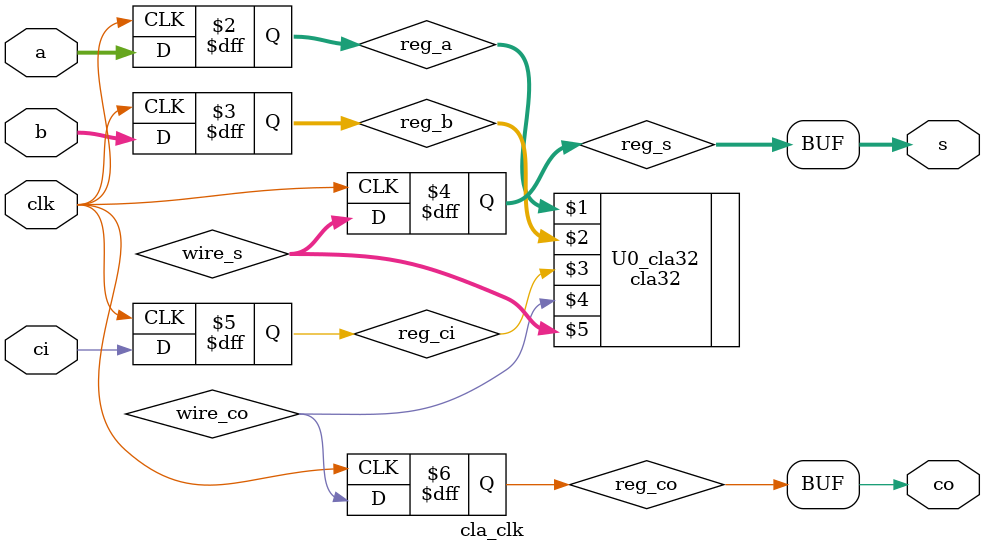
<source format=v>
module cla_clk(clk,a,b,ci,co,s);
	input clk,ci;
	input [31:0] a,b;
	output co;
	output [31:0] s;
	
	reg [31:0] reg_a,reg_b,reg_s;
	reg reg_ci,reg_co;
	
	wire [31:0] wire_s;
	wire wire_co;
	
	cla32 U0_cla32(reg_a, reg_b, reg_ci, wire_co, wire_s); //calling module
	assign s = reg_s; 
	assign co = reg_co;
	
	always @ (posedge clk) begin //Simultaneous allocation
	reg_a <= a;
	reg_b <= b;
	reg_ci <= ci;
	reg_s <= wire_s;
	reg_co <= wire_co;
	end

endmodule


</source>
